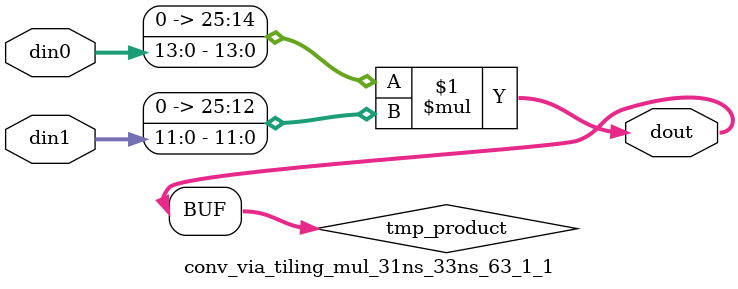
<source format=v>

`timescale 1 ns / 1 ps

 module conv_via_tiling_mul_31ns_33ns_63_1_1(din0, din1, dout);
parameter ID = 1;
parameter NUM_STAGE = 0;
parameter din0_WIDTH = 14;
parameter din1_WIDTH = 12;
parameter dout_WIDTH = 26;

input [din0_WIDTH - 1 : 0] din0; 
input [din1_WIDTH - 1 : 0] din1; 
output [dout_WIDTH - 1 : 0] dout;

wire signed [dout_WIDTH - 1 : 0] tmp_product;
























assign tmp_product = $signed({1'b0, din0}) * $signed({1'b0, din1});











assign dout = tmp_product;





















endmodule

</source>
